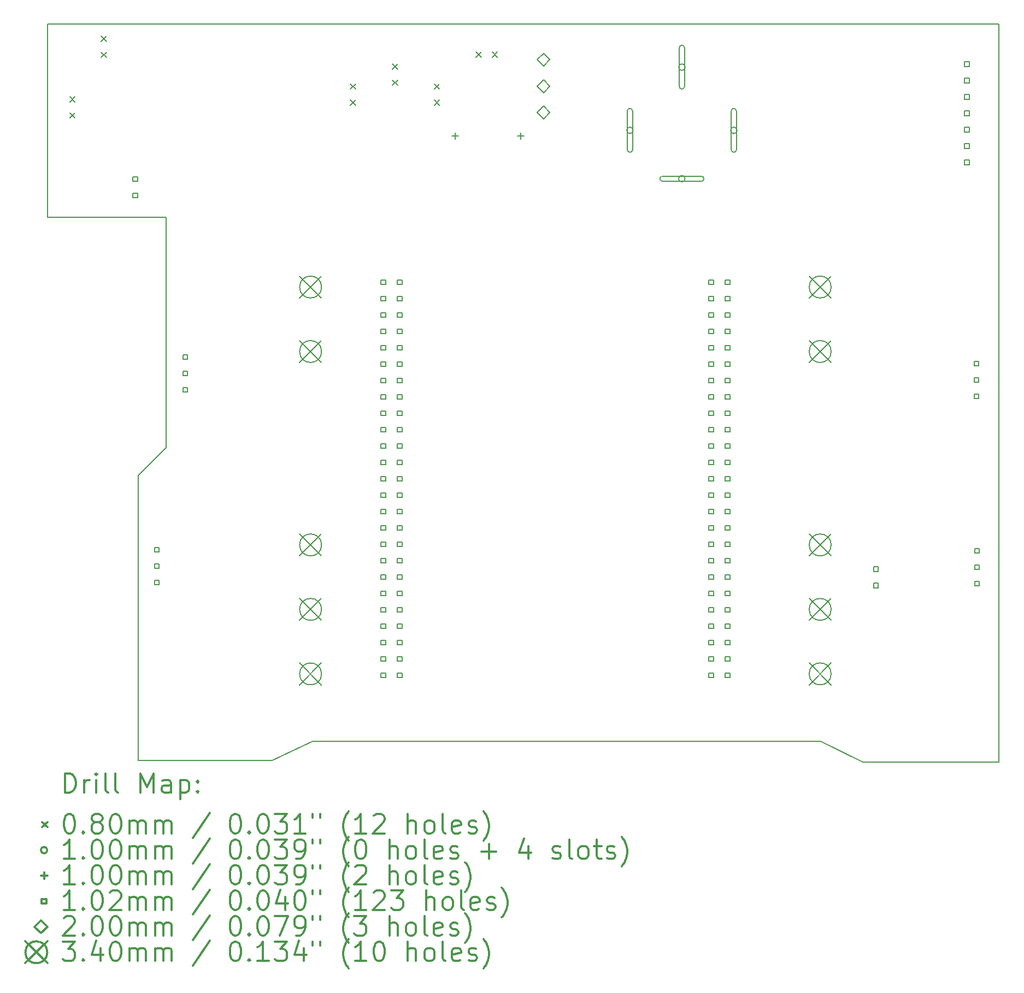
<source format=gbr>
%FSLAX45Y45*%
G04 Gerber Fmt 4.5, Leading zero omitted, Abs format (unit mm)*
G04 Created by KiCad (PCBNEW 4.0.5) date Mon Mar 20 13:50:45 2017*
%MOMM*%
%LPD*%
G01*
G04 APERTURE LIST*
%ADD10C,0.127000*%
%ADD11C,0.150000*%
%ADD12C,0.200000*%
%ADD13C,0.300000*%
G04 APERTURE END LIST*
D10*
D11*
X22240000Y-15000000D02*
X22240000Y-15350000D01*
X20125000Y-15350000D02*
X22240000Y-15350000D01*
X19475000Y-15025000D02*
X20125000Y-15350000D01*
X11600000Y-15025000D02*
X19475000Y-15025000D01*
X10975000Y-15325000D02*
X11600000Y-15025000D01*
X8900000Y-15325000D02*
X10975000Y-15325000D01*
X8900000Y-15000000D02*
X8900000Y-15325000D01*
X22240000Y-15000000D02*
X22240000Y-3900000D01*
X9330000Y-10470000D02*
X9330000Y-6900000D01*
X7500000Y-6900000D02*
X7500000Y-4000000D01*
X7600000Y-6900000D02*
X7500000Y-6900000D01*
X9330000Y-6900000D02*
X7600000Y-6900000D01*
X8900000Y-10900000D02*
X9330000Y-10470000D01*
X8900000Y-15000000D02*
X8900000Y-10900000D01*
X7500000Y-3900000D02*
X22240000Y-3900000D01*
X7500000Y-4000000D02*
X7500000Y-3900000D01*
D12*
X7840000Y-5030000D02*
X7920000Y-5110000D01*
X7920000Y-5030000D02*
X7840000Y-5110000D01*
X7840000Y-5280000D02*
X7920000Y-5360000D01*
X7920000Y-5280000D02*
X7840000Y-5360000D01*
X8330000Y-4090000D02*
X8410000Y-4170000D01*
X8410000Y-4090000D02*
X8330000Y-4170000D01*
X8330000Y-4340000D02*
X8410000Y-4420000D01*
X8410000Y-4340000D02*
X8330000Y-4420000D01*
X12190000Y-4830000D02*
X12270000Y-4910000D01*
X12270000Y-4830000D02*
X12190000Y-4910000D01*
X12190000Y-5080000D02*
X12270000Y-5160000D01*
X12270000Y-5080000D02*
X12190000Y-5160000D01*
X12840000Y-4520000D02*
X12920000Y-4600000D01*
X12920000Y-4520000D02*
X12840000Y-4600000D01*
X12840000Y-4770000D02*
X12920000Y-4850000D01*
X12920000Y-4770000D02*
X12840000Y-4850000D01*
X13490000Y-4830000D02*
X13570000Y-4910000D01*
X13570000Y-4830000D02*
X13490000Y-4910000D01*
X13490000Y-5080000D02*
X13570000Y-5160000D01*
X13570000Y-5080000D02*
X13490000Y-5160000D01*
X14135000Y-4335000D02*
X14215000Y-4415000D01*
X14215000Y-4335000D02*
X14135000Y-4415000D01*
X14385000Y-4335000D02*
X14465000Y-4415000D01*
X14465000Y-4335000D02*
X14385000Y-4415000D01*
X16570000Y-5550000D02*
G75*
G03X16570000Y-5550000I-50000J0D01*
G01*
X16480000Y-5250000D02*
X16480000Y-5850000D01*
X16560000Y-5250000D02*
X16560000Y-5850000D01*
X16480000Y-5850000D02*
G75*
G03X16560000Y-5850000I40000J0D01*
G01*
X16560000Y-5250000D02*
G75*
G03X16480000Y-5250000I-40000J0D01*
G01*
X17375000Y-4570000D02*
G75*
G03X17375000Y-4570000I-50000J0D01*
G01*
X17285000Y-4270000D02*
X17285000Y-4870000D01*
X17365000Y-4270000D02*
X17365000Y-4870000D01*
X17285000Y-4870000D02*
G75*
G03X17365000Y-4870000I40000J0D01*
G01*
X17365000Y-4270000D02*
G75*
G03X17285000Y-4270000I-40000J0D01*
G01*
X17375000Y-6300000D02*
G75*
G03X17375000Y-6300000I-50000J0D01*
G01*
X17025000Y-6340000D02*
X17625000Y-6340000D01*
X17025000Y-6260000D02*
X17625000Y-6260000D01*
X17625000Y-6340000D02*
G75*
G03X17625000Y-6260000I0J40000D01*
G01*
X17025000Y-6260000D02*
G75*
G03X17025000Y-6340000I0J-40000D01*
G01*
X18180000Y-5550000D02*
G75*
G03X18180000Y-5550000I-50000J0D01*
G01*
X18090000Y-5250000D02*
X18090000Y-5850000D01*
X18170000Y-5250000D02*
X18170000Y-5850000D01*
X18090000Y-5850000D02*
G75*
G03X18170000Y-5850000I40000J0D01*
G01*
X18170000Y-5250000D02*
G75*
G03X18090000Y-5250000I-40000J0D01*
G01*
X13812000Y-5589962D02*
X13812000Y-5690038D01*
X13761962Y-5640000D02*
X13862038Y-5640000D01*
X14828000Y-5589962D02*
X14828000Y-5690038D01*
X14777962Y-5640000D02*
X14878038Y-5640000D01*
X8890921Y-6340921D02*
X8890921Y-6269079D01*
X8819079Y-6269079D01*
X8819079Y-6340921D01*
X8890921Y-6340921D01*
X8890921Y-6594921D02*
X8890921Y-6523079D01*
X8819079Y-6523079D01*
X8819079Y-6594921D01*
X8890921Y-6594921D01*
X9225921Y-12091921D02*
X9225921Y-12020079D01*
X9154079Y-12020079D01*
X9154079Y-12091921D01*
X9225921Y-12091921D01*
X9225921Y-12345921D02*
X9225921Y-12274079D01*
X9154079Y-12274079D01*
X9154079Y-12345921D01*
X9225921Y-12345921D01*
X9225921Y-12599921D02*
X9225921Y-12528079D01*
X9154079Y-12528079D01*
X9154079Y-12599921D01*
X9225921Y-12599921D01*
X9665921Y-9101921D02*
X9665921Y-9030079D01*
X9594079Y-9030079D01*
X9594079Y-9101921D01*
X9665921Y-9101921D01*
X9665921Y-9355921D02*
X9665921Y-9284079D01*
X9594079Y-9284079D01*
X9594079Y-9355921D01*
X9665921Y-9355921D01*
X9665921Y-9609921D02*
X9665921Y-9538079D01*
X9594079Y-9538079D01*
X9594079Y-9609921D01*
X9665921Y-9609921D01*
X12735921Y-7939921D02*
X12735921Y-7868079D01*
X12664079Y-7868079D01*
X12664079Y-7939921D01*
X12735921Y-7939921D01*
X12735921Y-8193921D02*
X12735921Y-8122079D01*
X12664079Y-8122079D01*
X12664079Y-8193921D01*
X12735921Y-8193921D01*
X12735921Y-8447921D02*
X12735921Y-8376079D01*
X12664079Y-8376079D01*
X12664079Y-8447921D01*
X12735921Y-8447921D01*
X12735921Y-8701921D02*
X12735921Y-8630079D01*
X12664079Y-8630079D01*
X12664079Y-8701921D01*
X12735921Y-8701921D01*
X12735921Y-8955921D02*
X12735921Y-8884079D01*
X12664079Y-8884079D01*
X12664079Y-8955921D01*
X12735921Y-8955921D01*
X12735921Y-9209921D02*
X12735921Y-9138079D01*
X12664079Y-9138079D01*
X12664079Y-9209921D01*
X12735921Y-9209921D01*
X12735921Y-9463921D02*
X12735921Y-9392079D01*
X12664079Y-9392079D01*
X12664079Y-9463921D01*
X12735921Y-9463921D01*
X12735921Y-9717921D02*
X12735921Y-9646079D01*
X12664079Y-9646079D01*
X12664079Y-9717921D01*
X12735921Y-9717921D01*
X12735921Y-9971921D02*
X12735921Y-9900079D01*
X12664079Y-9900079D01*
X12664079Y-9971921D01*
X12735921Y-9971921D01*
X12735921Y-10225921D02*
X12735921Y-10154079D01*
X12664079Y-10154079D01*
X12664079Y-10225921D01*
X12735921Y-10225921D01*
X12735921Y-10479921D02*
X12735921Y-10408079D01*
X12664079Y-10408079D01*
X12664079Y-10479921D01*
X12735921Y-10479921D01*
X12735921Y-10733921D02*
X12735921Y-10662079D01*
X12664079Y-10662079D01*
X12664079Y-10733921D01*
X12735921Y-10733921D01*
X12735921Y-10987921D02*
X12735921Y-10916079D01*
X12664079Y-10916079D01*
X12664079Y-10987921D01*
X12735921Y-10987921D01*
X12735921Y-11241921D02*
X12735921Y-11170079D01*
X12664079Y-11170079D01*
X12664079Y-11241921D01*
X12735921Y-11241921D01*
X12735921Y-11495921D02*
X12735921Y-11424079D01*
X12664079Y-11424079D01*
X12664079Y-11495921D01*
X12735921Y-11495921D01*
X12735921Y-11749921D02*
X12735921Y-11678079D01*
X12664079Y-11678079D01*
X12664079Y-11749921D01*
X12735921Y-11749921D01*
X12735921Y-12003921D02*
X12735921Y-11932079D01*
X12664079Y-11932079D01*
X12664079Y-12003921D01*
X12735921Y-12003921D01*
X12735921Y-12257921D02*
X12735921Y-12186079D01*
X12664079Y-12186079D01*
X12664079Y-12257921D01*
X12735921Y-12257921D01*
X12735921Y-12511921D02*
X12735921Y-12440079D01*
X12664079Y-12440079D01*
X12664079Y-12511921D01*
X12735921Y-12511921D01*
X12735921Y-12765921D02*
X12735921Y-12694079D01*
X12664079Y-12694079D01*
X12664079Y-12765921D01*
X12735921Y-12765921D01*
X12735921Y-13019921D02*
X12735921Y-12948079D01*
X12664079Y-12948079D01*
X12664079Y-13019921D01*
X12735921Y-13019921D01*
X12735921Y-13273921D02*
X12735921Y-13202079D01*
X12664079Y-13202079D01*
X12664079Y-13273921D01*
X12735921Y-13273921D01*
X12735921Y-13527921D02*
X12735921Y-13456079D01*
X12664079Y-13456079D01*
X12664079Y-13527921D01*
X12735921Y-13527921D01*
X12735921Y-13781921D02*
X12735921Y-13710079D01*
X12664079Y-13710079D01*
X12664079Y-13781921D01*
X12735921Y-13781921D01*
X12735921Y-14035921D02*
X12735921Y-13964079D01*
X12664079Y-13964079D01*
X12664079Y-14035921D01*
X12735921Y-14035921D01*
X12989921Y-7939921D02*
X12989921Y-7868079D01*
X12918079Y-7868079D01*
X12918079Y-7939921D01*
X12989921Y-7939921D01*
X12989921Y-8193921D02*
X12989921Y-8122079D01*
X12918079Y-8122079D01*
X12918079Y-8193921D01*
X12989921Y-8193921D01*
X12989921Y-8447921D02*
X12989921Y-8376079D01*
X12918079Y-8376079D01*
X12918079Y-8447921D01*
X12989921Y-8447921D01*
X12989921Y-8701921D02*
X12989921Y-8630079D01*
X12918079Y-8630079D01*
X12918079Y-8701921D01*
X12989921Y-8701921D01*
X12989921Y-8955921D02*
X12989921Y-8884079D01*
X12918079Y-8884079D01*
X12918079Y-8955921D01*
X12989921Y-8955921D01*
X12989921Y-9209921D02*
X12989921Y-9138079D01*
X12918079Y-9138079D01*
X12918079Y-9209921D01*
X12989921Y-9209921D01*
X12989921Y-9463921D02*
X12989921Y-9392079D01*
X12918079Y-9392079D01*
X12918079Y-9463921D01*
X12989921Y-9463921D01*
X12989921Y-9717921D02*
X12989921Y-9646079D01*
X12918079Y-9646079D01*
X12918079Y-9717921D01*
X12989921Y-9717921D01*
X12989921Y-9971921D02*
X12989921Y-9900079D01*
X12918079Y-9900079D01*
X12918079Y-9971921D01*
X12989921Y-9971921D01*
X12989921Y-10225921D02*
X12989921Y-10154079D01*
X12918079Y-10154079D01*
X12918079Y-10225921D01*
X12989921Y-10225921D01*
X12989921Y-10479921D02*
X12989921Y-10408079D01*
X12918079Y-10408079D01*
X12918079Y-10479921D01*
X12989921Y-10479921D01*
X12989921Y-10733921D02*
X12989921Y-10662079D01*
X12918079Y-10662079D01*
X12918079Y-10733921D01*
X12989921Y-10733921D01*
X12989921Y-10987921D02*
X12989921Y-10916079D01*
X12918079Y-10916079D01*
X12918079Y-10987921D01*
X12989921Y-10987921D01*
X12989921Y-11241921D02*
X12989921Y-11170079D01*
X12918079Y-11170079D01*
X12918079Y-11241921D01*
X12989921Y-11241921D01*
X12989921Y-11495921D02*
X12989921Y-11424079D01*
X12918079Y-11424079D01*
X12918079Y-11495921D01*
X12989921Y-11495921D01*
X12989921Y-11749921D02*
X12989921Y-11678079D01*
X12918079Y-11678079D01*
X12918079Y-11749921D01*
X12989921Y-11749921D01*
X12989921Y-12003921D02*
X12989921Y-11932079D01*
X12918079Y-11932079D01*
X12918079Y-12003921D01*
X12989921Y-12003921D01*
X12989921Y-12257921D02*
X12989921Y-12186079D01*
X12918079Y-12186079D01*
X12918079Y-12257921D01*
X12989921Y-12257921D01*
X12989921Y-12511921D02*
X12989921Y-12440079D01*
X12918079Y-12440079D01*
X12918079Y-12511921D01*
X12989921Y-12511921D01*
X12989921Y-12765921D02*
X12989921Y-12694079D01*
X12918079Y-12694079D01*
X12918079Y-12765921D01*
X12989921Y-12765921D01*
X12989921Y-13019921D02*
X12989921Y-12948079D01*
X12918079Y-12948079D01*
X12918079Y-13019921D01*
X12989921Y-13019921D01*
X12989921Y-13273921D02*
X12989921Y-13202079D01*
X12918079Y-13202079D01*
X12918079Y-13273921D01*
X12989921Y-13273921D01*
X12989921Y-13527921D02*
X12989921Y-13456079D01*
X12918079Y-13456079D01*
X12918079Y-13527921D01*
X12989921Y-13527921D01*
X12989921Y-13781921D02*
X12989921Y-13710079D01*
X12918079Y-13710079D01*
X12918079Y-13781921D01*
X12989921Y-13781921D01*
X12989921Y-14035921D02*
X12989921Y-13964079D01*
X12918079Y-13964079D01*
X12918079Y-14035921D01*
X12989921Y-14035921D01*
X17815921Y-7939921D02*
X17815921Y-7868079D01*
X17744079Y-7868079D01*
X17744079Y-7939921D01*
X17815921Y-7939921D01*
X17815921Y-8193921D02*
X17815921Y-8122079D01*
X17744079Y-8122079D01*
X17744079Y-8193921D01*
X17815921Y-8193921D01*
X17815921Y-8447921D02*
X17815921Y-8376079D01*
X17744079Y-8376079D01*
X17744079Y-8447921D01*
X17815921Y-8447921D01*
X17815921Y-8701921D02*
X17815921Y-8630079D01*
X17744079Y-8630079D01*
X17744079Y-8701921D01*
X17815921Y-8701921D01*
X17815921Y-8955921D02*
X17815921Y-8884079D01*
X17744079Y-8884079D01*
X17744079Y-8955921D01*
X17815921Y-8955921D01*
X17815921Y-9209921D02*
X17815921Y-9138079D01*
X17744079Y-9138079D01*
X17744079Y-9209921D01*
X17815921Y-9209921D01*
X17815921Y-9463921D02*
X17815921Y-9392079D01*
X17744079Y-9392079D01*
X17744079Y-9463921D01*
X17815921Y-9463921D01*
X17815921Y-9717921D02*
X17815921Y-9646079D01*
X17744079Y-9646079D01*
X17744079Y-9717921D01*
X17815921Y-9717921D01*
X17815921Y-9971921D02*
X17815921Y-9900079D01*
X17744079Y-9900079D01*
X17744079Y-9971921D01*
X17815921Y-9971921D01*
X17815921Y-10225921D02*
X17815921Y-10154079D01*
X17744079Y-10154079D01*
X17744079Y-10225921D01*
X17815921Y-10225921D01*
X17815921Y-10479921D02*
X17815921Y-10408079D01*
X17744079Y-10408079D01*
X17744079Y-10479921D01*
X17815921Y-10479921D01*
X17815921Y-10733921D02*
X17815921Y-10662079D01*
X17744079Y-10662079D01*
X17744079Y-10733921D01*
X17815921Y-10733921D01*
X17815921Y-10987921D02*
X17815921Y-10916079D01*
X17744079Y-10916079D01*
X17744079Y-10987921D01*
X17815921Y-10987921D01*
X17815921Y-11241921D02*
X17815921Y-11170079D01*
X17744079Y-11170079D01*
X17744079Y-11241921D01*
X17815921Y-11241921D01*
X17815921Y-11495921D02*
X17815921Y-11424079D01*
X17744079Y-11424079D01*
X17744079Y-11495921D01*
X17815921Y-11495921D01*
X17815921Y-11749921D02*
X17815921Y-11678079D01*
X17744079Y-11678079D01*
X17744079Y-11749921D01*
X17815921Y-11749921D01*
X17815921Y-12003921D02*
X17815921Y-11932079D01*
X17744079Y-11932079D01*
X17744079Y-12003921D01*
X17815921Y-12003921D01*
X17815921Y-12257921D02*
X17815921Y-12186079D01*
X17744079Y-12186079D01*
X17744079Y-12257921D01*
X17815921Y-12257921D01*
X17815921Y-12511921D02*
X17815921Y-12440079D01*
X17744079Y-12440079D01*
X17744079Y-12511921D01*
X17815921Y-12511921D01*
X17815921Y-12765921D02*
X17815921Y-12694079D01*
X17744079Y-12694079D01*
X17744079Y-12765921D01*
X17815921Y-12765921D01*
X17815921Y-13019921D02*
X17815921Y-12948079D01*
X17744079Y-12948079D01*
X17744079Y-13019921D01*
X17815921Y-13019921D01*
X17815921Y-13273921D02*
X17815921Y-13202079D01*
X17744079Y-13202079D01*
X17744079Y-13273921D01*
X17815921Y-13273921D01*
X17815921Y-13527921D02*
X17815921Y-13456079D01*
X17744079Y-13456079D01*
X17744079Y-13527921D01*
X17815921Y-13527921D01*
X17815921Y-13781921D02*
X17815921Y-13710079D01*
X17744079Y-13710079D01*
X17744079Y-13781921D01*
X17815921Y-13781921D01*
X17815921Y-14035921D02*
X17815921Y-13964079D01*
X17744079Y-13964079D01*
X17744079Y-14035921D01*
X17815921Y-14035921D01*
X18069921Y-7939921D02*
X18069921Y-7868079D01*
X17998079Y-7868079D01*
X17998079Y-7939921D01*
X18069921Y-7939921D01*
X18069921Y-8193921D02*
X18069921Y-8122079D01*
X17998079Y-8122079D01*
X17998079Y-8193921D01*
X18069921Y-8193921D01*
X18069921Y-8447921D02*
X18069921Y-8376079D01*
X17998079Y-8376079D01*
X17998079Y-8447921D01*
X18069921Y-8447921D01*
X18069921Y-8701921D02*
X18069921Y-8630079D01*
X17998079Y-8630079D01*
X17998079Y-8701921D01*
X18069921Y-8701921D01*
X18069921Y-8955921D02*
X18069921Y-8884079D01*
X17998079Y-8884079D01*
X17998079Y-8955921D01*
X18069921Y-8955921D01*
X18069921Y-9209921D02*
X18069921Y-9138079D01*
X17998079Y-9138079D01*
X17998079Y-9209921D01*
X18069921Y-9209921D01*
X18069921Y-9463921D02*
X18069921Y-9392079D01*
X17998079Y-9392079D01*
X17998079Y-9463921D01*
X18069921Y-9463921D01*
X18069921Y-9717921D02*
X18069921Y-9646079D01*
X17998079Y-9646079D01*
X17998079Y-9717921D01*
X18069921Y-9717921D01*
X18069921Y-9971921D02*
X18069921Y-9900079D01*
X17998079Y-9900079D01*
X17998079Y-9971921D01*
X18069921Y-9971921D01*
X18069921Y-10225921D02*
X18069921Y-10154079D01*
X17998079Y-10154079D01*
X17998079Y-10225921D01*
X18069921Y-10225921D01*
X18069921Y-10479921D02*
X18069921Y-10408079D01*
X17998079Y-10408079D01*
X17998079Y-10479921D01*
X18069921Y-10479921D01*
X18069921Y-10733921D02*
X18069921Y-10662079D01*
X17998079Y-10662079D01*
X17998079Y-10733921D01*
X18069921Y-10733921D01*
X18069921Y-10987921D02*
X18069921Y-10916079D01*
X17998079Y-10916079D01*
X17998079Y-10987921D01*
X18069921Y-10987921D01*
X18069921Y-11241921D02*
X18069921Y-11170079D01*
X17998079Y-11170079D01*
X17998079Y-11241921D01*
X18069921Y-11241921D01*
X18069921Y-11495921D02*
X18069921Y-11424079D01*
X17998079Y-11424079D01*
X17998079Y-11495921D01*
X18069921Y-11495921D01*
X18069921Y-11749921D02*
X18069921Y-11678079D01*
X17998079Y-11678079D01*
X17998079Y-11749921D01*
X18069921Y-11749921D01*
X18069921Y-12003921D02*
X18069921Y-11932079D01*
X17998079Y-11932079D01*
X17998079Y-12003921D01*
X18069921Y-12003921D01*
X18069921Y-12257921D02*
X18069921Y-12186079D01*
X17998079Y-12186079D01*
X17998079Y-12257921D01*
X18069921Y-12257921D01*
X18069921Y-12511921D02*
X18069921Y-12440079D01*
X17998079Y-12440079D01*
X17998079Y-12511921D01*
X18069921Y-12511921D01*
X18069921Y-12765921D02*
X18069921Y-12694079D01*
X17998079Y-12694079D01*
X17998079Y-12765921D01*
X18069921Y-12765921D01*
X18069921Y-13019921D02*
X18069921Y-12948079D01*
X17998079Y-12948079D01*
X17998079Y-13019921D01*
X18069921Y-13019921D01*
X18069921Y-13273921D02*
X18069921Y-13202079D01*
X17998079Y-13202079D01*
X17998079Y-13273921D01*
X18069921Y-13273921D01*
X18069921Y-13527921D02*
X18069921Y-13456079D01*
X17998079Y-13456079D01*
X17998079Y-13527921D01*
X18069921Y-13527921D01*
X18069921Y-13781921D02*
X18069921Y-13710079D01*
X17998079Y-13710079D01*
X17998079Y-13781921D01*
X18069921Y-13781921D01*
X18069921Y-14035921D02*
X18069921Y-13964079D01*
X17998079Y-13964079D01*
X17998079Y-14035921D01*
X18069921Y-14035921D01*
X20365921Y-12390921D02*
X20365921Y-12319079D01*
X20294079Y-12319079D01*
X20294079Y-12390921D01*
X20365921Y-12390921D01*
X20365921Y-12644921D02*
X20365921Y-12573079D01*
X20294079Y-12573079D01*
X20294079Y-12644921D01*
X20365921Y-12644921D01*
X21775921Y-4557921D02*
X21775921Y-4486079D01*
X21704079Y-4486079D01*
X21704079Y-4557921D01*
X21775921Y-4557921D01*
X21775921Y-4811921D02*
X21775921Y-4740079D01*
X21704079Y-4740079D01*
X21704079Y-4811921D01*
X21775921Y-4811921D01*
X21775921Y-5065921D02*
X21775921Y-4994079D01*
X21704079Y-4994079D01*
X21704079Y-5065921D01*
X21775921Y-5065921D01*
X21775921Y-5319921D02*
X21775921Y-5248079D01*
X21704079Y-5248079D01*
X21704079Y-5319921D01*
X21775921Y-5319921D01*
X21775921Y-5573921D02*
X21775921Y-5502079D01*
X21704079Y-5502079D01*
X21704079Y-5573921D01*
X21775921Y-5573921D01*
X21775921Y-5827921D02*
X21775921Y-5756079D01*
X21704079Y-5756079D01*
X21704079Y-5827921D01*
X21775921Y-5827921D01*
X21775921Y-6081921D02*
X21775921Y-6010079D01*
X21704079Y-6010079D01*
X21704079Y-6081921D01*
X21775921Y-6081921D01*
X21925921Y-9201921D02*
X21925921Y-9130079D01*
X21854079Y-9130079D01*
X21854079Y-9201921D01*
X21925921Y-9201921D01*
X21925921Y-9455921D02*
X21925921Y-9384079D01*
X21854079Y-9384079D01*
X21854079Y-9455921D01*
X21925921Y-9455921D01*
X21925921Y-9709921D02*
X21925921Y-9638079D01*
X21854079Y-9638079D01*
X21854079Y-9709921D01*
X21925921Y-9709921D01*
X21935921Y-12107921D02*
X21935921Y-12036079D01*
X21864079Y-12036079D01*
X21864079Y-12107921D01*
X21935921Y-12107921D01*
X21935921Y-12361921D02*
X21935921Y-12290079D01*
X21864079Y-12290079D01*
X21864079Y-12361921D01*
X21935921Y-12361921D01*
X21935921Y-12615921D02*
X21935921Y-12544079D01*
X21864079Y-12544079D01*
X21864079Y-12615921D01*
X21935921Y-12615921D01*
X15180000Y-4555000D02*
X15280000Y-4455000D01*
X15180000Y-4355000D01*
X15080000Y-4455000D01*
X15180000Y-4555000D01*
X15180000Y-4965000D02*
X15280000Y-4865000D01*
X15180000Y-4765000D01*
X15080000Y-4865000D01*
X15180000Y-4965000D01*
X15180000Y-5375000D02*
X15280000Y-5275000D01*
X15180000Y-5175000D01*
X15080000Y-5275000D01*
X15180000Y-5375000D01*
X11402000Y-7810000D02*
X11742000Y-8150000D01*
X11742000Y-7810000D02*
X11402000Y-8150000D01*
X11742000Y-7980000D02*
G75*
G03X11742000Y-7980000I-170000J0D01*
G01*
X11402000Y-8810000D02*
X11742000Y-9150000D01*
X11742000Y-8810000D02*
X11402000Y-9150000D01*
X11742000Y-8980000D02*
G75*
G03X11742000Y-8980000I-170000J0D01*
G01*
X11402000Y-11810000D02*
X11742000Y-12150000D01*
X11742000Y-11810000D02*
X11402000Y-12150000D01*
X11742000Y-11980000D02*
G75*
G03X11742000Y-11980000I-170000J0D01*
G01*
X11402000Y-12810000D02*
X11742000Y-13150000D01*
X11742000Y-12810000D02*
X11402000Y-13150000D01*
X11742000Y-12980000D02*
G75*
G03X11742000Y-12980000I-170000J0D01*
G01*
X11402000Y-13810000D02*
X11742000Y-14150000D01*
X11742000Y-13810000D02*
X11402000Y-14150000D01*
X11742000Y-13980000D02*
G75*
G03X11742000Y-13980000I-170000J0D01*
G01*
X19298000Y-7810000D02*
X19638000Y-8150000D01*
X19638000Y-7810000D02*
X19298000Y-8150000D01*
X19638000Y-7980000D02*
G75*
G03X19638000Y-7980000I-170000J0D01*
G01*
X19298000Y-8810000D02*
X19638000Y-9150000D01*
X19638000Y-8810000D02*
X19298000Y-9150000D01*
X19638000Y-8980000D02*
G75*
G03X19638000Y-8980000I-170000J0D01*
G01*
X19298000Y-11810000D02*
X19638000Y-12150000D01*
X19638000Y-11810000D02*
X19298000Y-12150000D01*
X19638000Y-11980000D02*
G75*
G03X19638000Y-11980000I-170000J0D01*
G01*
X19298000Y-12810000D02*
X19638000Y-13150000D01*
X19638000Y-12810000D02*
X19298000Y-13150000D01*
X19638000Y-12980000D02*
G75*
G03X19638000Y-12980000I-170000J0D01*
G01*
X19298000Y-13810000D02*
X19638000Y-14150000D01*
X19638000Y-13810000D02*
X19298000Y-14150000D01*
X19638000Y-13980000D02*
G75*
G03X19638000Y-13980000I-170000J0D01*
G01*
D13*
X7763928Y-15823214D02*
X7763928Y-15523214D01*
X7835357Y-15523214D01*
X7878214Y-15537500D01*
X7906786Y-15566071D01*
X7921071Y-15594643D01*
X7935357Y-15651786D01*
X7935357Y-15694643D01*
X7921071Y-15751786D01*
X7906786Y-15780357D01*
X7878214Y-15808929D01*
X7835357Y-15823214D01*
X7763928Y-15823214D01*
X8063928Y-15823214D02*
X8063928Y-15623214D01*
X8063928Y-15680357D02*
X8078214Y-15651786D01*
X8092500Y-15637500D01*
X8121071Y-15623214D01*
X8149643Y-15623214D01*
X8249643Y-15823214D02*
X8249643Y-15623214D01*
X8249643Y-15523214D02*
X8235357Y-15537500D01*
X8249643Y-15551786D01*
X8263928Y-15537500D01*
X8249643Y-15523214D01*
X8249643Y-15551786D01*
X8435357Y-15823214D02*
X8406786Y-15808929D01*
X8392500Y-15780357D01*
X8392500Y-15523214D01*
X8592500Y-15823214D02*
X8563929Y-15808929D01*
X8549643Y-15780357D01*
X8549643Y-15523214D01*
X8935357Y-15823214D02*
X8935357Y-15523214D01*
X9035357Y-15737500D01*
X9135357Y-15523214D01*
X9135357Y-15823214D01*
X9406786Y-15823214D02*
X9406786Y-15666071D01*
X9392500Y-15637500D01*
X9363929Y-15623214D01*
X9306786Y-15623214D01*
X9278214Y-15637500D01*
X9406786Y-15808929D02*
X9378214Y-15823214D01*
X9306786Y-15823214D01*
X9278214Y-15808929D01*
X9263929Y-15780357D01*
X9263929Y-15751786D01*
X9278214Y-15723214D01*
X9306786Y-15708929D01*
X9378214Y-15708929D01*
X9406786Y-15694643D01*
X9549643Y-15623214D02*
X9549643Y-15923214D01*
X9549643Y-15637500D02*
X9578214Y-15623214D01*
X9635357Y-15623214D01*
X9663929Y-15637500D01*
X9678214Y-15651786D01*
X9692500Y-15680357D01*
X9692500Y-15766071D01*
X9678214Y-15794643D01*
X9663929Y-15808929D01*
X9635357Y-15823214D01*
X9578214Y-15823214D01*
X9549643Y-15808929D01*
X9821071Y-15794643D02*
X9835357Y-15808929D01*
X9821071Y-15823214D01*
X9806786Y-15808929D01*
X9821071Y-15794643D01*
X9821071Y-15823214D01*
X9821071Y-15637500D02*
X9835357Y-15651786D01*
X9821071Y-15666071D01*
X9806786Y-15651786D01*
X9821071Y-15637500D01*
X9821071Y-15666071D01*
X7412500Y-16277500D02*
X7492500Y-16357500D01*
X7492500Y-16277500D02*
X7412500Y-16357500D01*
X7821071Y-16153214D02*
X7849643Y-16153214D01*
X7878214Y-16167500D01*
X7892500Y-16181786D01*
X7906786Y-16210357D01*
X7921071Y-16267500D01*
X7921071Y-16338929D01*
X7906786Y-16396071D01*
X7892500Y-16424643D01*
X7878214Y-16438929D01*
X7849643Y-16453214D01*
X7821071Y-16453214D01*
X7792500Y-16438929D01*
X7778214Y-16424643D01*
X7763928Y-16396071D01*
X7749643Y-16338929D01*
X7749643Y-16267500D01*
X7763928Y-16210357D01*
X7778214Y-16181786D01*
X7792500Y-16167500D01*
X7821071Y-16153214D01*
X8049643Y-16424643D02*
X8063928Y-16438929D01*
X8049643Y-16453214D01*
X8035357Y-16438929D01*
X8049643Y-16424643D01*
X8049643Y-16453214D01*
X8235357Y-16281786D02*
X8206786Y-16267500D01*
X8192500Y-16253214D01*
X8178214Y-16224643D01*
X8178214Y-16210357D01*
X8192500Y-16181786D01*
X8206786Y-16167500D01*
X8235357Y-16153214D01*
X8292500Y-16153214D01*
X8321071Y-16167500D01*
X8335357Y-16181786D01*
X8349643Y-16210357D01*
X8349643Y-16224643D01*
X8335357Y-16253214D01*
X8321071Y-16267500D01*
X8292500Y-16281786D01*
X8235357Y-16281786D01*
X8206786Y-16296071D01*
X8192500Y-16310357D01*
X8178214Y-16338929D01*
X8178214Y-16396071D01*
X8192500Y-16424643D01*
X8206786Y-16438929D01*
X8235357Y-16453214D01*
X8292500Y-16453214D01*
X8321071Y-16438929D01*
X8335357Y-16424643D01*
X8349643Y-16396071D01*
X8349643Y-16338929D01*
X8335357Y-16310357D01*
X8321071Y-16296071D01*
X8292500Y-16281786D01*
X8535357Y-16153214D02*
X8563929Y-16153214D01*
X8592500Y-16167500D01*
X8606786Y-16181786D01*
X8621071Y-16210357D01*
X8635357Y-16267500D01*
X8635357Y-16338929D01*
X8621071Y-16396071D01*
X8606786Y-16424643D01*
X8592500Y-16438929D01*
X8563929Y-16453214D01*
X8535357Y-16453214D01*
X8506786Y-16438929D01*
X8492500Y-16424643D01*
X8478214Y-16396071D01*
X8463929Y-16338929D01*
X8463929Y-16267500D01*
X8478214Y-16210357D01*
X8492500Y-16181786D01*
X8506786Y-16167500D01*
X8535357Y-16153214D01*
X8763929Y-16453214D02*
X8763929Y-16253214D01*
X8763929Y-16281786D02*
X8778214Y-16267500D01*
X8806786Y-16253214D01*
X8849643Y-16253214D01*
X8878214Y-16267500D01*
X8892500Y-16296071D01*
X8892500Y-16453214D01*
X8892500Y-16296071D02*
X8906786Y-16267500D01*
X8935357Y-16253214D01*
X8978214Y-16253214D01*
X9006786Y-16267500D01*
X9021071Y-16296071D01*
X9021071Y-16453214D01*
X9163929Y-16453214D02*
X9163929Y-16253214D01*
X9163929Y-16281786D02*
X9178214Y-16267500D01*
X9206786Y-16253214D01*
X9249643Y-16253214D01*
X9278214Y-16267500D01*
X9292500Y-16296071D01*
X9292500Y-16453214D01*
X9292500Y-16296071D02*
X9306786Y-16267500D01*
X9335357Y-16253214D01*
X9378214Y-16253214D01*
X9406786Y-16267500D01*
X9421071Y-16296071D01*
X9421071Y-16453214D01*
X10006786Y-16138929D02*
X9749643Y-16524643D01*
X10392500Y-16153214D02*
X10421071Y-16153214D01*
X10449643Y-16167500D01*
X10463928Y-16181786D01*
X10478214Y-16210357D01*
X10492500Y-16267500D01*
X10492500Y-16338929D01*
X10478214Y-16396071D01*
X10463928Y-16424643D01*
X10449643Y-16438929D01*
X10421071Y-16453214D01*
X10392500Y-16453214D01*
X10363928Y-16438929D01*
X10349643Y-16424643D01*
X10335357Y-16396071D01*
X10321071Y-16338929D01*
X10321071Y-16267500D01*
X10335357Y-16210357D01*
X10349643Y-16181786D01*
X10363928Y-16167500D01*
X10392500Y-16153214D01*
X10621071Y-16424643D02*
X10635357Y-16438929D01*
X10621071Y-16453214D01*
X10606786Y-16438929D01*
X10621071Y-16424643D01*
X10621071Y-16453214D01*
X10821071Y-16153214D02*
X10849643Y-16153214D01*
X10878214Y-16167500D01*
X10892500Y-16181786D01*
X10906786Y-16210357D01*
X10921071Y-16267500D01*
X10921071Y-16338929D01*
X10906786Y-16396071D01*
X10892500Y-16424643D01*
X10878214Y-16438929D01*
X10849643Y-16453214D01*
X10821071Y-16453214D01*
X10792500Y-16438929D01*
X10778214Y-16424643D01*
X10763928Y-16396071D01*
X10749643Y-16338929D01*
X10749643Y-16267500D01*
X10763928Y-16210357D01*
X10778214Y-16181786D01*
X10792500Y-16167500D01*
X10821071Y-16153214D01*
X11021071Y-16153214D02*
X11206785Y-16153214D01*
X11106786Y-16267500D01*
X11149643Y-16267500D01*
X11178214Y-16281786D01*
X11192500Y-16296071D01*
X11206785Y-16324643D01*
X11206785Y-16396071D01*
X11192500Y-16424643D01*
X11178214Y-16438929D01*
X11149643Y-16453214D01*
X11063928Y-16453214D01*
X11035357Y-16438929D01*
X11021071Y-16424643D01*
X11492500Y-16453214D02*
X11321071Y-16453214D01*
X11406785Y-16453214D02*
X11406785Y-16153214D01*
X11378214Y-16196071D01*
X11349643Y-16224643D01*
X11321071Y-16238929D01*
X11606786Y-16153214D02*
X11606786Y-16210357D01*
X11721071Y-16153214D02*
X11721071Y-16210357D01*
X12163928Y-16567500D02*
X12149643Y-16553214D01*
X12121071Y-16510357D01*
X12106785Y-16481786D01*
X12092500Y-16438929D01*
X12078214Y-16367500D01*
X12078214Y-16310357D01*
X12092500Y-16238929D01*
X12106785Y-16196071D01*
X12121071Y-16167500D01*
X12149643Y-16124643D01*
X12163928Y-16110357D01*
X12435357Y-16453214D02*
X12263928Y-16453214D01*
X12349643Y-16453214D02*
X12349643Y-16153214D01*
X12321071Y-16196071D01*
X12292500Y-16224643D01*
X12263928Y-16238929D01*
X12549643Y-16181786D02*
X12563928Y-16167500D01*
X12592500Y-16153214D01*
X12663928Y-16153214D01*
X12692500Y-16167500D01*
X12706785Y-16181786D01*
X12721071Y-16210357D01*
X12721071Y-16238929D01*
X12706785Y-16281786D01*
X12535357Y-16453214D01*
X12721071Y-16453214D01*
X13078214Y-16453214D02*
X13078214Y-16153214D01*
X13206785Y-16453214D02*
X13206785Y-16296071D01*
X13192500Y-16267500D01*
X13163928Y-16253214D01*
X13121071Y-16253214D01*
X13092500Y-16267500D01*
X13078214Y-16281786D01*
X13392500Y-16453214D02*
X13363928Y-16438929D01*
X13349643Y-16424643D01*
X13335357Y-16396071D01*
X13335357Y-16310357D01*
X13349643Y-16281786D01*
X13363928Y-16267500D01*
X13392500Y-16253214D01*
X13435357Y-16253214D01*
X13463928Y-16267500D01*
X13478214Y-16281786D01*
X13492500Y-16310357D01*
X13492500Y-16396071D01*
X13478214Y-16424643D01*
X13463928Y-16438929D01*
X13435357Y-16453214D01*
X13392500Y-16453214D01*
X13663928Y-16453214D02*
X13635357Y-16438929D01*
X13621071Y-16410357D01*
X13621071Y-16153214D01*
X13892500Y-16438929D02*
X13863928Y-16453214D01*
X13806786Y-16453214D01*
X13778214Y-16438929D01*
X13763928Y-16410357D01*
X13763928Y-16296071D01*
X13778214Y-16267500D01*
X13806786Y-16253214D01*
X13863928Y-16253214D01*
X13892500Y-16267500D01*
X13906786Y-16296071D01*
X13906786Y-16324643D01*
X13763928Y-16353214D01*
X14021071Y-16438929D02*
X14049643Y-16453214D01*
X14106786Y-16453214D01*
X14135357Y-16438929D01*
X14149643Y-16410357D01*
X14149643Y-16396071D01*
X14135357Y-16367500D01*
X14106786Y-16353214D01*
X14063928Y-16353214D01*
X14035357Y-16338929D01*
X14021071Y-16310357D01*
X14021071Y-16296071D01*
X14035357Y-16267500D01*
X14063928Y-16253214D01*
X14106786Y-16253214D01*
X14135357Y-16267500D01*
X14249643Y-16567500D02*
X14263928Y-16553214D01*
X14292500Y-16510357D01*
X14306786Y-16481786D01*
X14321071Y-16438929D01*
X14335357Y-16367500D01*
X14335357Y-16310357D01*
X14321071Y-16238929D01*
X14306786Y-16196071D01*
X14292500Y-16167500D01*
X14263928Y-16124643D01*
X14249643Y-16110357D01*
X7492500Y-16713500D02*
G75*
G03X7492500Y-16713500I-50000J0D01*
G01*
X7921071Y-16849214D02*
X7749643Y-16849214D01*
X7835357Y-16849214D02*
X7835357Y-16549214D01*
X7806786Y-16592071D01*
X7778214Y-16620643D01*
X7749643Y-16634929D01*
X8049643Y-16820643D02*
X8063928Y-16834929D01*
X8049643Y-16849214D01*
X8035357Y-16834929D01*
X8049643Y-16820643D01*
X8049643Y-16849214D01*
X8249643Y-16549214D02*
X8278214Y-16549214D01*
X8306786Y-16563500D01*
X8321071Y-16577786D01*
X8335357Y-16606357D01*
X8349643Y-16663500D01*
X8349643Y-16734929D01*
X8335357Y-16792072D01*
X8321071Y-16820643D01*
X8306786Y-16834929D01*
X8278214Y-16849214D01*
X8249643Y-16849214D01*
X8221071Y-16834929D01*
X8206786Y-16820643D01*
X8192500Y-16792072D01*
X8178214Y-16734929D01*
X8178214Y-16663500D01*
X8192500Y-16606357D01*
X8206786Y-16577786D01*
X8221071Y-16563500D01*
X8249643Y-16549214D01*
X8535357Y-16549214D02*
X8563929Y-16549214D01*
X8592500Y-16563500D01*
X8606786Y-16577786D01*
X8621071Y-16606357D01*
X8635357Y-16663500D01*
X8635357Y-16734929D01*
X8621071Y-16792072D01*
X8606786Y-16820643D01*
X8592500Y-16834929D01*
X8563929Y-16849214D01*
X8535357Y-16849214D01*
X8506786Y-16834929D01*
X8492500Y-16820643D01*
X8478214Y-16792072D01*
X8463929Y-16734929D01*
X8463929Y-16663500D01*
X8478214Y-16606357D01*
X8492500Y-16577786D01*
X8506786Y-16563500D01*
X8535357Y-16549214D01*
X8763929Y-16849214D02*
X8763929Y-16649214D01*
X8763929Y-16677786D02*
X8778214Y-16663500D01*
X8806786Y-16649214D01*
X8849643Y-16649214D01*
X8878214Y-16663500D01*
X8892500Y-16692071D01*
X8892500Y-16849214D01*
X8892500Y-16692071D02*
X8906786Y-16663500D01*
X8935357Y-16649214D01*
X8978214Y-16649214D01*
X9006786Y-16663500D01*
X9021071Y-16692071D01*
X9021071Y-16849214D01*
X9163929Y-16849214D02*
X9163929Y-16649214D01*
X9163929Y-16677786D02*
X9178214Y-16663500D01*
X9206786Y-16649214D01*
X9249643Y-16649214D01*
X9278214Y-16663500D01*
X9292500Y-16692071D01*
X9292500Y-16849214D01*
X9292500Y-16692071D02*
X9306786Y-16663500D01*
X9335357Y-16649214D01*
X9378214Y-16649214D01*
X9406786Y-16663500D01*
X9421071Y-16692071D01*
X9421071Y-16849214D01*
X10006786Y-16534929D02*
X9749643Y-16920643D01*
X10392500Y-16549214D02*
X10421071Y-16549214D01*
X10449643Y-16563500D01*
X10463928Y-16577786D01*
X10478214Y-16606357D01*
X10492500Y-16663500D01*
X10492500Y-16734929D01*
X10478214Y-16792072D01*
X10463928Y-16820643D01*
X10449643Y-16834929D01*
X10421071Y-16849214D01*
X10392500Y-16849214D01*
X10363928Y-16834929D01*
X10349643Y-16820643D01*
X10335357Y-16792072D01*
X10321071Y-16734929D01*
X10321071Y-16663500D01*
X10335357Y-16606357D01*
X10349643Y-16577786D01*
X10363928Y-16563500D01*
X10392500Y-16549214D01*
X10621071Y-16820643D02*
X10635357Y-16834929D01*
X10621071Y-16849214D01*
X10606786Y-16834929D01*
X10621071Y-16820643D01*
X10621071Y-16849214D01*
X10821071Y-16549214D02*
X10849643Y-16549214D01*
X10878214Y-16563500D01*
X10892500Y-16577786D01*
X10906786Y-16606357D01*
X10921071Y-16663500D01*
X10921071Y-16734929D01*
X10906786Y-16792072D01*
X10892500Y-16820643D01*
X10878214Y-16834929D01*
X10849643Y-16849214D01*
X10821071Y-16849214D01*
X10792500Y-16834929D01*
X10778214Y-16820643D01*
X10763928Y-16792072D01*
X10749643Y-16734929D01*
X10749643Y-16663500D01*
X10763928Y-16606357D01*
X10778214Y-16577786D01*
X10792500Y-16563500D01*
X10821071Y-16549214D01*
X11021071Y-16549214D02*
X11206785Y-16549214D01*
X11106786Y-16663500D01*
X11149643Y-16663500D01*
X11178214Y-16677786D01*
X11192500Y-16692071D01*
X11206785Y-16720643D01*
X11206785Y-16792072D01*
X11192500Y-16820643D01*
X11178214Y-16834929D01*
X11149643Y-16849214D01*
X11063928Y-16849214D01*
X11035357Y-16834929D01*
X11021071Y-16820643D01*
X11349643Y-16849214D02*
X11406785Y-16849214D01*
X11435357Y-16834929D01*
X11449643Y-16820643D01*
X11478214Y-16777786D01*
X11492500Y-16720643D01*
X11492500Y-16606357D01*
X11478214Y-16577786D01*
X11463928Y-16563500D01*
X11435357Y-16549214D01*
X11378214Y-16549214D01*
X11349643Y-16563500D01*
X11335357Y-16577786D01*
X11321071Y-16606357D01*
X11321071Y-16677786D01*
X11335357Y-16706357D01*
X11349643Y-16720643D01*
X11378214Y-16734929D01*
X11435357Y-16734929D01*
X11463928Y-16720643D01*
X11478214Y-16706357D01*
X11492500Y-16677786D01*
X11606786Y-16549214D02*
X11606786Y-16606357D01*
X11721071Y-16549214D02*
X11721071Y-16606357D01*
X12163928Y-16963500D02*
X12149643Y-16949214D01*
X12121071Y-16906357D01*
X12106785Y-16877786D01*
X12092500Y-16834929D01*
X12078214Y-16763500D01*
X12078214Y-16706357D01*
X12092500Y-16634929D01*
X12106785Y-16592071D01*
X12121071Y-16563500D01*
X12149643Y-16520643D01*
X12163928Y-16506357D01*
X12335357Y-16549214D02*
X12363928Y-16549214D01*
X12392500Y-16563500D01*
X12406785Y-16577786D01*
X12421071Y-16606357D01*
X12435357Y-16663500D01*
X12435357Y-16734929D01*
X12421071Y-16792072D01*
X12406785Y-16820643D01*
X12392500Y-16834929D01*
X12363928Y-16849214D01*
X12335357Y-16849214D01*
X12306785Y-16834929D01*
X12292500Y-16820643D01*
X12278214Y-16792072D01*
X12263928Y-16734929D01*
X12263928Y-16663500D01*
X12278214Y-16606357D01*
X12292500Y-16577786D01*
X12306785Y-16563500D01*
X12335357Y-16549214D01*
X12792500Y-16849214D02*
X12792500Y-16549214D01*
X12921071Y-16849214D02*
X12921071Y-16692071D01*
X12906785Y-16663500D01*
X12878214Y-16649214D01*
X12835357Y-16649214D01*
X12806785Y-16663500D01*
X12792500Y-16677786D01*
X13106785Y-16849214D02*
X13078214Y-16834929D01*
X13063928Y-16820643D01*
X13049643Y-16792072D01*
X13049643Y-16706357D01*
X13063928Y-16677786D01*
X13078214Y-16663500D01*
X13106785Y-16649214D01*
X13149643Y-16649214D01*
X13178214Y-16663500D01*
X13192500Y-16677786D01*
X13206785Y-16706357D01*
X13206785Y-16792072D01*
X13192500Y-16820643D01*
X13178214Y-16834929D01*
X13149643Y-16849214D01*
X13106785Y-16849214D01*
X13378214Y-16849214D02*
X13349643Y-16834929D01*
X13335357Y-16806357D01*
X13335357Y-16549214D01*
X13606786Y-16834929D02*
X13578214Y-16849214D01*
X13521071Y-16849214D01*
X13492500Y-16834929D01*
X13478214Y-16806357D01*
X13478214Y-16692071D01*
X13492500Y-16663500D01*
X13521071Y-16649214D01*
X13578214Y-16649214D01*
X13606786Y-16663500D01*
X13621071Y-16692071D01*
X13621071Y-16720643D01*
X13478214Y-16749214D01*
X13735357Y-16834929D02*
X13763928Y-16849214D01*
X13821071Y-16849214D01*
X13849643Y-16834929D01*
X13863928Y-16806357D01*
X13863928Y-16792072D01*
X13849643Y-16763500D01*
X13821071Y-16749214D01*
X13778214Y-16749214D01*
X13749643Y-16734929D01*
X13735357Y-16706357D01*
X13735357Y-16692071D01*
X13749643Y-16663500D01*
X13778214Y-16649214D01*
X13821071Y-16649214D01*
X13849643Y-16663500D01*
X14221071Y-16734929D02*
X14449643Y-16734929D01*
X14335357Y-16849214D02*
X14335357Y-16620643D01*
X14949643Y-16649214D02*
X14949643Y-16849214D01*
X14878214Y-16534929D02*
X14806786Y-16749214D01*
X14992500Y-16749214D01*
X15321071Y-16834929D02*
X15349643Y-16849214D01*
X15406785Y-16849214D01*
X15435357Y-16834929D01*
X15449643Y-16806357D01*
X15449643Y-16792072D01*
X15435357Y-16763500D01*
X15406785Y-16749214D01*
X15363928Y-16749214D01*
X15335357Y-16734929D01*
X15321071Y-16706357D01*
X15321071Y-16692071D01*
X15335357Y-16663500D01*
X15363928Y-16649214D01*
X15406785Y-16649214D01*
X15435357Y-16663500D01*
X15621071Y-16849214D02*
X15592500Y-16834929D01*
X15578214Y-16806357D01*
X15578214Y-16549214D01*
X15778214Y-16849214D02*
X15749643Y-16834929D01*
X15735357Y-16820643D01*
X15721071Y-16792072D01*
X15721071Y-16706357D01*
X15735357Y-16677786D01*
X15749643Y-16663500D01*
X15778214Y-16649214D01*
X15821071Y-16649214D01*
X15849643Y-16663500D01*
X15863928Y-16677786D01*
X15878214Y-16706357D01*
X15878214Y-16792072D01*
X15863928Y-16820643D01*
X15849643Y-16834929D01*
X15821071Y-16849214D01*
X15778214Y-16849214D01*
X15963928Y-16649214D02*
X16078214Y-16649214D01*
X16006786Y-16549214D02*
X16006786Y-16806357D01*
X16021071Y-16834929D01*
X16049643Y-16849214D01*
X16078214Y-16849214D01*
X16163928Y-16834929D02*
X16192500Y-16849214D01*
X16249643Y-16849214D01*
X16278214Y-16834929D01*
X16292500Y-16806357D01*
X16292500Y-16792072D01*
X16278214Y-16763500D01*
X16249643Y-16749214D01*
X16206786Y-16749214D01*
X16178214Y-16734929D01*
X16163928Y-16706357D01*
X16163928Y-16692071D01*
X16178214Y-16663500D01*
X16206786Y-16649214D01*
X16249643Y-16649214D01*
X16278214Y-16663500D01*
X16392500Y-16963500D02*
X16406786Y-16949214D01*
X16435357Y-16906357D01*
X16449643Y-16877786D01*
X16463928Y-16834929D01*
X16478214Y-16763500D01*
X16478214Y-16706357D01*
X16463928Y-16634929D01*
X16449643Y-16592071D01*
X16435357Y-16563500D01*
X16406786Y-16520643D01*
X16392500Y-16506357D01*
X7442462Y-17059462D02*
X7442462Y-17159538D01*
X7392424Y-17109500D02*
X7492500Y-17109500D01*
X7921071Y-17245214D02*
X7749643Y-17245214D01*
X7835357Y-17245214D02*
X7835357Y-16945214D01*
X7806786Y-16988072D01*
X7778214Y-17016643D01*
X7749643Y-17030929D01*
X8049643Y-17216643D02*
X8063928Y-17230929D01*
X8049643Y-17245214D01*
X8035357Y-17230929D01*
X8049643Y-17216643D01*
X8049643Y-17245214D01*
X8249643Y-16945214D02*
X8278214Y-16945214D01*
X8306786Y-16959500D01*
X8321071Y-16973786D01*
X8335357Y-17002357D01*
X8349643Y-17059500D01*
X8349643Y-17130929D01*
X8335357Y-17188072D01*
X8321071Y-17216643D01*
X8306786Y-17230929D01*
X8278214Y-17245214D01*
X8249643Y-17245214D01*
X8221071Y-17230929D01*
X8206786Y-17216643D01*
X8192500Y-17188072D01*
X8178214Y-17130929D01*
X8178214Y-17059500D01*
X8192500Y-17002357D01*
X8206786Y-16973786D01*
X8221071Y-16959500D01*
X8249643Y-16945214D01*
X8535357Y-16945214D02*
X8563929Y-16945214D01*
X8592500Y-16959500D01*
X8606786Y-16973786D01*
X8621071Y-17002357D01*
X8635357Y-17059500D01*
X8635357Y-17130929D01*
X8621071Y-17188072D01*
X8606786Y-17216643D01*
X8592500Y-17230929D01*
X8563929Y-17245214D01*
X8535357Y-17245214D01*
X8506786Y-17230929D01*
X8492500Y-17216643D01*
X8478214Y-17188072D01*
X8463929Y-17130929D01*
X8463929Y-17059500D01*
X8478214Y-17002357D01*
X8492500Y-16973786D01*
X8506786Y-16959500D01*
X8535357Y-16945214D01*
X8763929Y-17245214D02*
X8763929Y-17045214D01*
X8763929Y-17073786D02*
X8778214Y-17059500D01*
X8806786Y-17045214D01*
X8849643Y-17045214D01*
X8878214Y-17059500D01*
X8892500Y-17088072D01*
X8892500Y-17245214D01*
X8892500Y-17088072D02*
X8906786Y-17059500D01*
X8935357Y-17045214D01*
X8978214Y-17045214D01*
X9006786Y-17059500D01*
X9021071Y-17088072D01*
X9021071Y-17245214D01*
X9163929Y-17245214D02*
X9163929Y-17045214D01*
X9163929Y-17073786D02*
X9178214Y-17059500D01*
X9206786Y-17045214D01*
X9249643Y-17045214D01*
X9278214Y-17059500D01*
X9292500Y-17088072D01*
X9292500Y-17245214D01*
X9292500Y-17088072D02*
X9306786Y-17059500D01*
X9335357Y-17045214D01*
X9378214Y-17045214D01*
X9406786Y-17059500D01*
X9421071Y-17088072D01*
X9421071Y-17245214D01*
X10006786Y-16930929D02*
X9749643Y-17316643D01*
X10392500Y-16945214D02*
X10421071Y-16945214D01*
X10449643Y-16959500D01*
X10463928Y-16973786D01*
X10478214Y-17002357D01*
X10492500Y-17059500D01*
X10492500Y-17130929D01*
X10478214Y-17188072D01*
X10463928Y-17216643D01*
X10449643Y-17230929D01*
X10421071Y-17245214D01*
X10392500Y-17245214D01*
X10363928Y-17230929D01*
X10349643Y-17216643D01*
X10335357Y-17188072D01*
X10321071Y-17130929D01*
X10321071Y-17059500D01*
X10335357Y-17002357D01*
X10349643Y-16973786D01*
X10363928Y-16959500D01*
X10392500Y-16945214D01*
X10621071Y-17216643D02*
X10635357Y-17230929D01*
X10621071Y-17245214D01*
X10606786Y-17230929D01*
X10621071Y-17216643D01*
X10621071Y-17245214D01*
X10821071Y-16945214D02*
X10849643Y-16945214D01*
X10878214Y-16959500D01*
X10892500Y-16973786D01*
X10906786Y-17002357D01*
X10921071Y-17059500D01*
X10921071Y-17130929D01*
X10906786Y-17188072D01*
X10892500Y-17216643D01*
X10878214Y-17230929D01*
X10849643Y-17245214D01*
X10821071Y-17245214D01*
X10792500Y-17230929D01*
X10778214Y-17216643D01*
X10763928Y-17188072D01*
X10749643Y-17130929D01*
X10749643Y-17059500D01*
X10763928Y-17002357D01*
X10778214Y-16973786D01*
X10792500Y-16959500D01*
X10821071Y-16945214D01*
X11021071Y-16945214D02*
X11206785Y-16945214D01*
X11106786Y-17059500D01*
X11149643Y-17059500D01*
X11178214Y-17073786D01*
X11192500Y-17088072D01*
X11206785Y-17116643D01*
X11206785Y-17188072D01*
X11192500Y-17216643D01*
X11178214Y-17230929D01*
X11149643Y-17245214D01*
X11063928Y-17245214D01*
X11035357Y-17230929D01*
X11021071Y-17216643D01*
X11349643Y-17245214D02*
X11406785Y-17245214D01*
X11435357Y-17230929D01*
X11449643Y-17216643D01*
X11478214Y-17173786D01*
X11492500Y-17116643D01*
X11492500Y-17002357D01*
X11478214Y-16973786D01*
X11463928Y-16959500D01*
X11435357Y-16945214D01*
X11378214Y-16945214D01*
X11349643Y-16959500D01*
X11335357Y-16973786D01*
X11321071Y-17002357D01*
X11321071Y-17073786D01*
X11335357Y-17102357D01*
X11349643Y-17116643D01*
X11378214Y-17130929D01*
X11435357Y-17130929D01*
X11463928Y-17116643D01*
X11478214Y-17102357D01*
X11492500Y-17073786D01*
X11606786Y-16945214D02*
X11606786Y-17002357D01*
X11721071Y-16945214D02*
X11721071Y-17002357D01*
X12163928Y-17359500D02*
X12149643Y-17345214D01*
X12121071Y-17302357D01*
X12106785Y-17273786D01*
X12092500Y-17230929D01*
X12078214Y-17159500D01*
X12078214Y-17102357D01*
X12092500Y-17030929D01*
X12106785Y-16988072D01*
X12121071Y-16959500D01*
X12149643Y-16916643D01*
X12163928Y-16902357D01*
X12263928Y-16973786D02*
X12278214Y-16959500D01*
X12306785Y-16945214D01*
X12378214Y-16945214D01*
X12406785Y-16959500D01*
X12421071Y-16973786D01*
X12435357Y-17002357D01*
X12435357Y-17030929D01*
X12421071Y-17073786D01*
X12249643Y-17245214D01*
X12435357Y-17245214D01*
X12792500Y-17245214D02*
X12792500Y-16945214D01*
X12921071Y-17245214D02*
X12921071Y-17088072D01*
X12906785Y-17059500D01*
X12878214Y-17045214D01*
X12835357Y-17045214D01*
X12806785Y-17059500D01*
X12792500Y-17073786D01*
X13106785Y-17245214D02*
X13078214Y-17230929D01*
X13063928Y-17216643D01*
X13049643Y-17188072D01*
X13049643Y-17102357D01*
X13063928Y-17073786D01*
X13078214Y-17059500D01*
X13106785Y-17045214D01*
X13149643Y-17045214D01*
X13178214Y-17059500D01*
X13192500Y-17073786D01*
X13206785Y-17102357D01*
X13206785Y-17188072D01*
X13192500Y-17216643D01*
X13178214Y-17230929D01*
X13149643Y-17245214D01*
X13106785Y-17245214D01*
X13378214Y-17245214D02*
X13349643Y-17230929D01*
X13335357Y-17202357D01*
X13335357Y-16945214D01*
X13606786Y-17230929D02*
X13578214Y-17245214D01*
X13521071Y-17245214D01*
X13492500Y-17230929D01*
X13478214Y-17202357D01*
X13478214Y-17088072D01*
X13492500Y-17059500D01*
X13521071Y-17045214D01*
X13578214Y-17045214D01*
X13606786Y-17059500D01*
X13621071Y-17088072D01*
X13621071Y-17116643D01*
X13478214Y-17145214D01*
X13735357Y-17230929D02*
X13763928Y-17245214D01*
X13821071Y-17245214D01*
X13849643Y-17230929D01*
X13863928Y-17202357D01*
X13863928Y-17188072D01*
X13849643Y-17159500D01*
X13821071Y-17145214D01*
X13778214Y-17145214D01*
X13749643Y-17130929D01*
X13735357Y-17102357D01*
X13735357Y-17088072D01*
X13749643Y-17059500D01*
X13778214Y-17045214D01*
X13821071Y-17045214D01*
X13849643Y-17059500D01*
X13963928Y-17359500D02*
X13978214Y-17345214D01*
X14006786Y-17302357D01*
X14021071Y-17273786D01*
X14035357Y-17230929D01*
X14049643Y-17159500D01*
X14049643Y-17102357D01*
X14035357Y-17030929D01*
X14021071Y-16988072D01*
X14006786Y-16959500D01*
X13978214Y-16916643D01*
X13963928Y-16902357D01*
X7477621Y-17541422D02*
X7477621Y-17469579D01*
X7405778Y-17469579D01*
X7405778Y-17541422D01*
X7477621Y-17541422D01*
X7921071Y-17641214D02*
X7749643Y-17641214D01*
X7835357Y-17641214D02*
X7835357Y-17341214D01*
X7806786Y-17384072D01*
X7778214Y-17412643D01*
X7749643Y-17426929D01*
X8049643Y-17612643D02*
X8063928Y-17626929D01*
X8049643Y-17641214D01*
X8035357Y-17626929D01*
X8049643Y-17612643D01*
X8049643Y-17641214D01*
X8249643Y-17341214D02*
X8278214Y-17341214D01*
X8306786Y-17355500D01*
X8321071Y-17369786D01*
X8335357Y-17398357D01*
X8349643Y-17455500D01*
X8349643Y-17526929D01*
X8335357Y-17584072D01*
X8321071Y-17612643D01*
X8306786Y-17626929D01*
X8278214Y-17641214D01*
X8249643Y-17641214D01*
X8221071Y-17626929D01*
X8206786Y-17612643D01*
X8192500Y-17584072D01*
X8178214Y-17526929D01*
X8178214Y-17455500D01*
X8192500Y-17398357D01*
X8206786Y-17369786D01*
X8221071Y-17355500D01*
X8249643Y-17341214D01*
X8463929Y-17369786D02*
X8478214Y-17355500D01*
X8506786Y-17341214D01*
X8578214Y-17341214D01*
X8606786Y-17355500D01*
X8621071Y-17369786D01*
X8635357Y-17398357D01*
X8635357Y-17426929D01*
X8621071Y-17469786D01*
X8449643Y-17641214D01*
X8635357Y-17641214D01*
X8763929Y-17641214D02*
X8763929Y-17441214D01*
X8763929Y-17469786D02*
X8778214Y-17455500D01*
X8806786Y-17441214D01*
X8849643Y-17441214D01*
X8878214Y-17455500D01*
X8892500Y-17484072D01*
X8892500Y-17641214D01*
X8892500Y-17484072D02*
X8906786Y-17455500D01*
X8935357Y-17441214D01*
X8978214Y-17441214D01*
X9006786Y-17455500D01*
X9021071Y-17484072D01*
X9021071Y-17641214D01*
X9163929Y-17641214D02*
X9163929Y-17441214D01*
X9163929Y-17469786D02*
X9178214Y-17455500D01*
X9206786Y-17441214D01*
X9249643Y-17441214D01*
X9278214Y-17455500D01*
X9292500Y-17484072D01*
X9292500Y-17641214D01*
X9292500Y-17484072D02*
X9306786Y-17455500D01*
X9335357Y-17441214D01*
X9378214Y-17441214D01*
X9406786Y-17455500D01*
X9421071Y-17484072D01*
X9421071Y-17641214D01*
X10006786Y-17326929D02*
X9749643Y-17712643D01*
X10392500Y-17341214D02*
X10421071Y-17341214D01*
X10449643Y-17355500D01*
X10463928Y-17369786D01*
X10478214Y-17398357D01*
X10492500Y-17455500D01*
X10492500Y-17526929D01*
X10478214Y-17584072D01*
X10463928Y-17612643D01*
X10449643Y-17626929D01*
X10421071Y-17641214D01*
X10392500Y-17641214D01*
X10363928Y-17626929D01*
X10349643Y-17612643D01*
X10335357Y-17584072D01*
X10321071Y-17526929D01*
X10321071Y-17455500D01*
X10335357Y-17398357D01*
X10349643Y-17369786D01*
X10363928Y-17355500D01*
X10392500Y-17341214D01*
X10621071Y-17612643D02*
X10635357Y-17626929D01*
X10621071Y-17641214D01*
X10606786Y-17626929D01*
X10621071Y-17612643D01*
X10621071Y-17641214D01*
X10821071Y-17341214D02*
X10849643Y-17341214D01*
X10878214Y-17355500D01*
X10892500Y-17369786D01*
X10906786Y-17398357D01*
X10921071Y-17455500D01*
X10921071Y-17526929D01*
X10906786Y-17584072D01*
X10892500Y-17612643D01*
X10878214Y-17626929D01*
X10849643Y-17641214D01*
X10821071Y-17641214D01*
X10792500Y-17626929D01*
X10778214Y-17612643D01*
X10763928Y-17584072D01*
X10749643Y-17526929D01*
X10749643Y-17455500D01*
X10763928Y-17398357D01*
X10778214Y-17369786D01*
X10792500Y-17355500D01*
X10821071Y-17341214D01*
X11178214Y-17441214D02*
X11178214Y-17641214D01*
X11106786Y-17326929D02*
X11035357Y-17541214D01*
X11221071Y-17541214D01*
X11392500Y-17341214D02*
X11421071Y-17341214D01*
X11449643Y-17355500D01*
X11463928Y-17369786D01*
X11478214Y-17398357D01*
X11492500Y-17455500D01*
X11492500Y-17526929D01*
X11478214Y-17584072D01*
X11463928Y-17612643D01*
X11449643Y-17626929D01*
X11421071Y-17641214D01*
X11392500Y-17641214D01*
X11363928Y-17626929D01*
X11349643Y-17612643D01*
X11335357Y-17584072D01*
X11321071Y-17526929D01*
X11321071Y-17455500D01*
X11335357Y-17398357D01*
X11349643Y-17369786D01*
X11363928Y-17355500D01*
X11392500Y-17341214D01*
X11606786Y-17341214D02*
X11606786Y-17398357D01*
X11721071Y-17341214D02*
X11721071Y-17398357D01*
X12163928Y-17755500D02*
X12149643Y-17741214D01*
X12121071Y-17698357D01*
X12106785Y-17669786D01*
X12092500Y-17626929D01*
X12078214Y-17555500D01*
X12078214Y-17498357D01*
X12092500Y-17426929D01*
X12106785Y-17384072D01*
X12121071Y-17355500D01*
X12149643Y-17312643D01*
X12163928Y-17298357D01*
X12435357Y-17641214D02*
X12263928Y-17641214D01*
X12349643Y-17641214D02*
X12349643Y-17341214D01*
X12321071Y-17384072D01*
X12292500Y-17412643D01*
X12263928Y-17426929D01*
X12549643Y-17369786D02*
X12563928Y-17355500D01*
X12592500Y-17341214D01*
X12663928Y-17341214D01*
X12692500Y-17355500D01*
X12706785Y-17369786D01*
X12721071Y-17398357D01*
X12721071Y-17426929D01*
X12706785Y-17469786D01*
X12535357Y-17641214D01*
X12721071Y-17641214D01*
X12821071Y-17341214D02*
X13006785Y-17341214D01*
X12906785Y-17455500D01*
X12949643Y-17455500D01*
X12978214Y-17469786D01*
X12992500Y-17484072D01*
X13006785Y-17512643D01*
X13006785Y-17584072D01*
X12992500Y-17612643D01*
X12978214Y-17626929D01*
X12949643Y-17641214D01*
X12863928Y-17641214D01*
X12835357Y-17626929D01*
X12821071Y-17612643D01*
X13363928Y-17641214D02*
X13363928Y-17341214D01*
X13492500Y-17641214D02*
X13492500Y-17484072D01*
X13478214Y-17455500D01*
X13449643Y-17441214D01*
X13406785Y-17441214D01*
X13378214Y-17455500D01*
X13363928Y-17469786D01*
X13678214Y-17641214D02*
X13649643Y-17626929D01*
X13635357Y-17612643D01*
X13621071Y-17584072D01*
X13621071Y-17498357D01*
X13635357Y-17469786D01*
X13649643Y-17455500D01*
X13678214Y-17441214D01*
X13721071Y-17441214D01*
X13749643Y-17455500D01*
X13763928Y-17469786D01*
X13778214Y-17498357D01*
X13778214Y-17584072D01*
X13763928Y-17612643D01*
X13749643Y-17626929D01*
X13721071Y-17641214D01*
X13678214Y-17641214D01*
X13949643Y-17641214D02*
X13921071Y-17626929D01*
X13906786Y-17598357D01*
X13906786Y-17341214D01*
X14178214Y-17626929D02*
X14149643Y-17641214D01*
X14092500Y-17641214D01*
X14063928Y-17626929D01*
X14049643Y-17598357D01*
X14049643Y-17484072D01*
X14063928Y-17455500D01*
X14092500Y-17441214D01*
X14149643Y-17441214D01*
X14178214Y-17455500D01*
X14192500Y-17484072D01*
X14192500Y-17512643D01*
X14049643Y-17541214D01*
X14306786Y-17626929D02*
X14335357Y-17641214D01*
X14392500Y-17641214D01*
X14421071Y-17626929D01*
X14435357Y-17598357D01*
X14435357Y-17584072D01*
X14421071Y-17555500D01*
X14392500Y-17541214D01*
X14349643Y-17541214D01*
X14321071Y-17526929D01*
X14306786Y-17498357D01*
X14306786Y-17484072D01*
X14321071Y-17455500D01*
X14349643Y-17441214D01*
X14392500Y-17441214D01*
X14421071Y-17455500D01*
X14535357Y-17755500D02*
X14549643Y-17741214D01*
X14578214Y-17698357D01*
X14592500Y-17669786D01*
X14606786Y-17626929D01*
X14621071Y-17555500D01*
X14621071Y-17498357D01*
X14606786Y-17426929D01*
X14592500Y-17384072D01*
X14578214Y-17355500D01*
X14549643Y-17312643D01*
X14535357Y-17298357D01*
X7392500Y-18001500D02*
X7492500Y-17901500D01*
X7392500Y-17801500D01*
X7292500Y-17901500D01*
X7392500Y-18001500D01*
X7749643Y-17765786D02*
X7763928Y-17751500D01*
X7792500Y-17737214D01*
X7863928Y-17737214D01*
X7892500Y-17751500D01*
X7906786Y-17765786D01*
X7921071Y-17794357D01*
X7921071Y-17822929D01*
X7906786Y-17865786D01*
X7735357Y-18037214D01*
X7921071Y-18037214D01*
X8049643Y-18008643D02*
X8063928Y-18022929D01*
X8049643Y-18037214D01*
X8035357Y-18022929D01*
X8049643Y-18008643D01*
X8049643Y-18037214D01*
X8249643Y-17737214D02*
X8278214Y-17737214D01*
X8306786Y-17751500D01*
X8321071Y-17765786D01*
X8335357Y-17794357D01*
X8349643Y-17851500D01*
X8349643Y-17922929D01*
X8335357Y-17980072D01*
X8321071Y-18008643D01*
X8306786Y-18022929D01*
X8278214Y-18037214D01*
X8249643Y-18037214D01*
X8221071Y-18022929D01*
X8206786Y-18008643D01*
X8192500Y-17980072D01*
X8178214Y-17922929D01*
X8178214Y-17851500D01*
X8192500Y-17794357D01*
X8206786Y-17765786D01*
X8221071Y-17751500D01*
X8249643Y-17737214D01*
X8535357Y-17737214D02*
X8563929Y-17737214D01*
X8592500Y-17751500D01*
X8606786Y-17765786D01*
X8621071Y-17794357D01*
X8635357Y-17851500D01*
X8635357Y-17922929D01*
X8621071Y-17980072D01*
X8606786Y-18008643D01*
X8592500Y-18022929D01*
X8563929Y-18037214D01*
X8535357Y-18037214D01*
X8506786Y-18022929D01*
X8492500Y-18008643D01*
X8478214Y-17980072D01*
X8463929Y-17922929D01*
X8463929Y-17851500D01*
X8478214Y-17794357D01*
X8492500Y-17765786D01*
X8506786Y-17751500D01*
X8535357Y-17737214D01*
X8763929Y-18037214D02*
X8763929Y-17837214D01*
X8763929Y-17865786D02*
X8778214Y-17851500D01*
X8806786Y-17837214D01*
X8849643Y-17837214D01*
X8878214Y-17851500D01*
X8892500Y-17880072D01*
X8892500Y-18037214D01*
X8892500Y-17880072D02*
X8906786Y-17851500D01*
X8935357Y-17837214D01*
X8978214Y-17837214D01*
X9006786Y-17851500D01*
X9021071Y-17880072D01*
X9021071Y-18037214D01*
X9163929Y-18037214D02*
X9163929Y-17837214D01*
X9163929Y-17865786D02*
X9178214Y-17851500D01*
X9206786Y-17837214D01*
X9249643Y-17837214D01*
X9278214Y-17851500D01*
X9292500Y-17880072D01*
X9292500Y-18037214D01*
X9292500Y-17880072D02*
X9306786Y-17851500D01*
X9335357Y-17837214D01*
X9378214Y-17837214D01*
X9406786Y-17851500D01*
X9421071Y-17880072D01*
X9421071Y-18037214D01*
X10006786Y-17722929D02*
X9749643Y-18108643D01*
X10392500Y-17737214D02*
X10421071Y-17737214D01*
X10449643Y-17751500D01*
X10463928Y-17765786D01*
X10478214Y-17794357D01*
X10492500Y-17851500D01*
X10492500Y-17922929D01*
X10478214Y-17980072D01*
X10463928Y-18008643D01*
X10449643Y-18022929D01*
X10421071Y-18037214D01*
X10392500Y-18037214D01*
X10363928Y-18022929D01*
X10349643Y-18008643D01*
X10335357Y-17980072D01*
X10321071Y-17922929D01*
X10321071Y-17851500D01*
X10335357Y-17794357D01*
X10349643Y-17765786D01*
X10363928Y-17751500D01*
X10392500Y-17737214D01*
X10621071Y-18008643D02*
X10635357Y-18022929D01*
X10621071Y-18037214D01*
X10606786Y-18022929D01*
X10621071Y-18008643D01*
X10621071Y-18037214D01*
X10821071Y-17737214D02*
X10849643Y-17737214D01*
X10878214Y-17751500D01*
X10892500Y-17765786D01*
X10906786Y-17794357D01*
X10921071Y-17851500D01*
X10921071Y-17922929D01*
X10906786Y-17980072D01*
X10892500Y-18008643D01*
X10878214Y-18022929D01*
X10849643Y-18037214D01*
X10821071Y-18037214D01*
X10792500Y-18022929D01*
X10778214Y-18008643D01*
X10763928Y-17980072D01*
X10749643Y-17922929D01*
X10749643Y-17851500D01*
X10763928Y-17794357D01*
X10778214Y-17765786D01*
X10792500Y-17751500D01*
X10821071Y-17737214D01*
X11021071Y-17737214D02*
X11221071Y-17737214D01*
X11092500Y-18037214D01*
X11349643Y-18037214D02*
X11406785Y-18037214D01*
X11435357Y-18022929D01*
X11449643Y-18008643D01*
X11478214Y-17965786D01*
X11492500Y-17908643D01*
X11492500Y-17794357D01*
X11478214Y-17765786D01*
X11463928Y-17751500D01*
X11435357Y-17737214D01*
X11378214Y-17737214D01*
X11349643Y-17751500D01*
X11335357Y-17765786D01*
X11321071Y-17794357D01*
X11321071Y-17865786D01*
X11335357Y-17894357D01*
X11349643Y-17908643D01*
X11378214Y-17922929D01*
X11435357Y-17922929D01*
X11463928Y-17908643D01*
X11478214Y-17894357D01*
X11492500Y-17865786D01*
X11606786Y-17737214D02*
X11606786Y-17794357D01*
X11721071Y-17737214D02*
X11721071Y-17794357D01*
X12163928Y-18151500D02*
X12149643Y-18137214D01*
X12121071Y-18094357D01*
X12106785Y-18065786D01*
X12092500Y-18022929D01*
X12078214Y-17951500D01*
X12078214Y-17894357D01*
X12092500Y-17822929D01*
X12106785Y-17780072D01*
X12121071Y-17751500D01*
X12149643Y-17708643D01*
X12163928Y-17694357D01*
X12249643Y-17737214D02*
X12435357Y-17737214D01*
X12335357Y-17851500D01*
X12378214Y-17851500D01*
X12406785Y-17865786D01*
X12421071Y-17880072D01*
X12435357Y-17908643D01*
X12435357Y-17980072D01*
X12421071Y-18008643D01*
X12406785Y-18022929D01*
X12378214Y-18037214D01*
X12292500Y-18037214D01*
X12263928Y-18022929D01*
X12249643Y-18008643D01*
X12792500Y-18037214D02*
X12792500Y-17737214D01*
X12921071Y-18037214D02*
X12921071Y-17880072D01*
X12906785Y-17851500D01*
X12878214Y-17837214D01*
X12835357Y-17837214D01*
X12806785Y-17851500D01*
X12792500Y-17865786D01*
X13106785Y-18037214D02*
X13078214Y-18022929D01*
X13063928Y-18008643D01*
X13049643Y-17980072D01*
X13049643Y-17894357D01*
X13063928Y-17865786D01*
X13078214Y-17851500D01*
X13106785Y-17837214D01*
X13149643Y-17837214D01*
X13178214Y-17851500D01*
X13192500Y-17865786D01*
X13206785Y-17894357D01*
X13206785Y-17980072D01*
X13192500Y-18008643D01*
X13178214Y-18022929D01*
X13149643Y-18037214D01*
X13106785Y-18037214D01*
X13378214Y-18037214D02*
X13349643Y-18022929D01*
X13335357Y-17994357D01*
X13335357Y-17737214D01*
X13606786Y-18022929D02*
X13578214Y-18037214D01*
X13521071Y-18037214D01*
X13492500Y-18022929D01*
X13478214Y-17994357D01*
X13478214Y-17880072D01*
X13492500Y-17851500D01*
X13521071Y-17837214D01*
X13578214Y-17837214D01*
X13606786Y-17851500D01*
X13621071Y-17880072D01*
X13621071Y-17908643D01*
X13478214Y-17937214D01*
X13735357Y-18022929D02*
X13763928Y-18037214D01*
X13821071Y-18037214D01*
X13849643Y-18022929D01*
X13863928Y-17994357D01*
X13863928Y-17980072D01*
X13849643Y-17951500D01*
X13821071Y-17937214D01*
X13778214Y-17937214D01*
X13749643Y-17922929D01*
X13735357Y-17894357D01*
X13735357Y-17880072D01*
X13749643Y-17851500D01*
X13778214Y-17837214D01*
X13821071Y-17837214D01*
X13849643Y-17851500D01*
X13963928Y-18151500D02*
X13978214Y-18137214D01*
X14006786Y-18094357D01*
X14021071Y-18065786D01*
X14035357Y-18022929D01*
X14049643Y-17951500D01*
X14049643Y-17894357D01*
X14035357Y-17822929D01*
X14021071Y-17780072D01*
X14006786Y-17751500D01*
X13978214Y-17708643D01*
X13963928Y-17694357D01*
X7152500Y-18127500D02*
X7492500Y-18467500D01*
X7492500Y-18127500D02*
X7152500Y-18467500D01*
X7492500Y-18297500D02*
G75*
G03X7492500Y-18297500I-170000J0D01*
G01*
X7735357Y-18133214D02*
X7921071Y-18133214D01*
X7821071Y-18247500D01*
X7863928Y-18247500D01*
X7892500Y-18261786D01*
X7906786Y-18276072D01*
X7921071Y-18304643D01*
X7921071Y-18376072D01*
X7906786Y-18404643D01*
X7892500Y-18418929D01*
X7863928Y-18433214D01*
X7778214Y-18433214D01*
X7749643Y-18418929D01*
X7735357Y-18404643D01*
X8049643Y-18404643D02*
X8063928Y-18418929D01*
X8049643Y-18433214D01*
X8035357Y-18418929D01*
X8049643Y-18404643D01*
X8049643Y-18433214D01*
X8321071Y-18233214D02*
X8321071Y-18433214D01*
X8249643Y-18118929D02*
X8178214Y-18333214D01*
X8363928Y-18333214D01*
X8535357Y-18133214D02*
X8563929Y-18133214D01*
X8592500Y-18147500D01*
X8606786Y-18161786D01*
X8621071Y-18190357D01*
X8635357Y-18247500D01*
X8635357Y-18318929D01*
X8621071Y-18376072D01*
X8606786Y-18404643D01*
X8592500Y-18418929D01*
X8563929Y-18433214D01*
X8535357Y-18433214D01*
X8506786Y-18418929D01*
X8492500Y-18404643D01*
X8478214Y-18376072D01*
X8463929Y-18318929D01*
X8463929Y-18247500D01*
X8478214Y-18190357D01*
X8492500Y-18161786D01*
X8506786Y-18147500D01*
X8535357Y-18133214D01*
X8763929Y-18433214D02*
X8763929Y-18233214D01*
X8763929Y-18261786D02*
X8778214Y-18247500D01*
X8806786Y-18233214D01*
X8849643Y-18233214D01*
X8878214Y-18247500D01*
X8892500Y-18276072D01*
X8892500Y-18433214D01*
X8892500Y-18276072D02*
X8906786Y-18247500D01*
X8935357Y-18233214D01*
X8978214Y-18233214D01*
X9006786Y-18247500D01*
X9021071Y-18276072D01*
X9021071Y-18433214D01*
X9163929Y-18433214D02*
X9163929Y-18233214D01*
X9163929Y-18261786D02*
X9178214Y-18247500D01*
X9206786Y-18233214D01*
X9249643Y-18233214D01*
X9278214Y-18247500D01*
X9292500Y-18276072D01*
X9292500Y-18433214D01*
X9292500Y-18276072D02*
X9306786Y-18247500D01*
X9335357Y-18233214D01*
X9378214Y-18233214D01*
X9406786Y-18247500D01*
X9421071Y-18276072D01*
X9421071Y-18433214D01*
X10006786Y-18118929D02*
X9749643Y-18504643D01*
X10392500Y-18133214D02*
X10421071Y-18133214D01*
X10449643Y-18147500D01*
X10463928Y-18161786D01*
X10478214Y-18190357D01*
X10492500Y-18247500D01*
X10492500Y-18318929D01*
X10478214Y-18376072D01*
X10463928Y-18404643D01*
X10449643Y-18418929D01*
X10421071Y-18433214D01*
X10392500Y-18433214D01*
X10363928Y-18418929D01*
X10349643Y-18404643D01*
X10335357Y-18376072D01*
X10321071Y-18318929D01*
X10321071Y-18247500D01*
X10335357Y-18190357D01*
X10349643Y-18161786D01*
X10363928Y-18147500D01*
X10392500Y-18133214D01*
X10621071Y-18404643D02*
X10635357Y-18418929D01*
X10621071Y-18433214D01*
X10606786Y-18418929D01*
X10621071Y-18404643D01*
X10621071Y-18433214D01*
X10921071Y-18433214D02*
X10749643Y-18433214D01*
X10835357Y-18433214D02*
X10835357Y-18133214D01*
X10806786Y-18176072D01*
X10778214Y-18204643D01*
X10749643Y-18218929D01*
X11021071Y-18133214D02*
X11206785Y-18133214D01*
X11106786Y-18247500D01*
X11149643Y-18247500D01*
X11178214Y-18261786D01*
X11192500Y-18276072D01*
X11206785Y-18304643D01*
X11206785Y-18376072D01*
X11192500Y-18404643D01*
X11178214Y-18418929D01*
X11149643Y-18433214D01*
X11063928Y-18433214D01*
X11035357Y-18418929D01*
X11021071Y-18404643D01*
X11463928Y-18233214D02*
X11463928Y-18433214D01*
X11392500Y-18118929D02*
X11321071Y-18333214D01*
X11506785Y-18333214D01*
X11606786Y-18133214D02*
X11606786Y-18190357D01*
X11721071Y-18133214D02*
X11721071Y-18190357D01*
X12163928Y-18547500D02*
X12149643Y-18533214D01*
X12121071Y-18490357D01*
X12106785Y-18461786D01*
X12092500Y-18418929D01*
X12078214Y-18347500D01*
X12078214Y-18290357D01*
X12092500Y-18218929D01*
X12106785Y-18176072D01*
X12121071Y-18147500D01*
X12149643Y-18104643D01*
X12163928Y-18090357D01*
X12435357Y-18433214D02*
X12263928Y-18433214D01*
X12349643Y-18433214D02*
X12349643Y-18133214D01*
X12321071Y-18176072D01*
X12292500Y-18204643D01*
X12263928Y-18218929D01*
X12621071Y-18133214D02*
X12649643Y-18133214D01*
X12678214Y-18147500D01*
X12692500Y-18161786D01*
X12706785Y-18190357D01*
X12721071Y-18247500D01*
X12721071Y-18318929D01*
X12706785Y-18376072D01*
X12692500Y-18404643D01*
X12678214Y-18418929D01*
X12649643Y-18433214D01*
X12621071Y-18433214D01*
X12592500Y-18418929D01*
X12578214Y-18404643D01*
X12563928Y-18376072D01*
X12549643Y-18318929D01*
X12549643Y-18247500D01*
X12563928Y-18190357D01*
X12578214Y-18161786D01*
X12592500Y-18147500D01*
X12621071Y-18133214D01*
X13078214Y-18433214D02*
X13078214Y-18133214D01*
X13206785Y-18433214D02*
X13206785Y-18276072D01*
X13192500Y-18247500D01*
X13163928Y-18233214D01*
X13121071Y-18233214D01*
X13092500Y-18247500D01*
X13078214Y-18261786D01*
X13392500Y-18433214D02*
X13363928Y-18418929D01*
X13349643Y-18404643D01*
X13335357Y-18376072D01*
X13335357Y-18290357D01*
X13349643Y-18261786D01*
X13363928Y-18247500D01*
X13392500Y-18233214D01*
X13435357Y-18233214D01*
X13463928Y-18247500D01*
X13478214Y-18261786D01*
X13492500Y-18290357D01*
X13492500Y-18376072D01*
X13478214Y-18404643D01*
X13463928Y-18418929D01*
X13435357Y-18433214D01*
X13392500Y-18433214D01*
X13663928Y-18433214D02*
X13635357Y-18418929D01*
X13621071Y-18390357D01*
X13621071Y-18133214D01*
X13892500Y-18418929D02*
X13863928Y-18433214D01*
X13806786Y-18433214D01*
X13778214Y-18418929D01*
X13763928Y-18390357D01*
X13763928Y-18276072D01*
X13778214Y-18247500D01*
X13806786Y-18233214D01*
X13863928Y-18233214D01*
X13892500Y-18247500D01*
X13906786Y-18276072D01*
X13906786Y-18304643D01*
X13763928Y-18333214D01*
X14021071Y-18418929D02*
X14049643Y-18433214D01*
X14106786Y-18433214D01*
X14135357Y-18418929D01*
X14149643Y-18390357D01*
X14149643Y-18376072D01*
X14135357Y-18347500D01*
X14106786Y-18333214D01*
X14063928Y-18333214D01*
X14035357Y-18318929D01*
X14021071Y-18290357D01*
X14021071Y-18276072D01*
X14035357Y-18247500D01*
X14063928Y-18233214D01*
X14106786Y-18233214D01*
X14135357Y-18247500D01*
X14249643Y-18547500D02*
X14263928Y-18533214D01*
X14292500Y-18490357D01*
X14306786Y-18461786D01*
X14321071Y-18418929D01*
X14335357Y-18347500D01*
X14335357Y-18290357D01*
X14321071Y-18218929D01*
X14306786Y-18176072D01*
X14292500Y-18147500D01*
X14263928Y-18104643D01*
X14249643Y-18090357D01*
M02*

</source>
